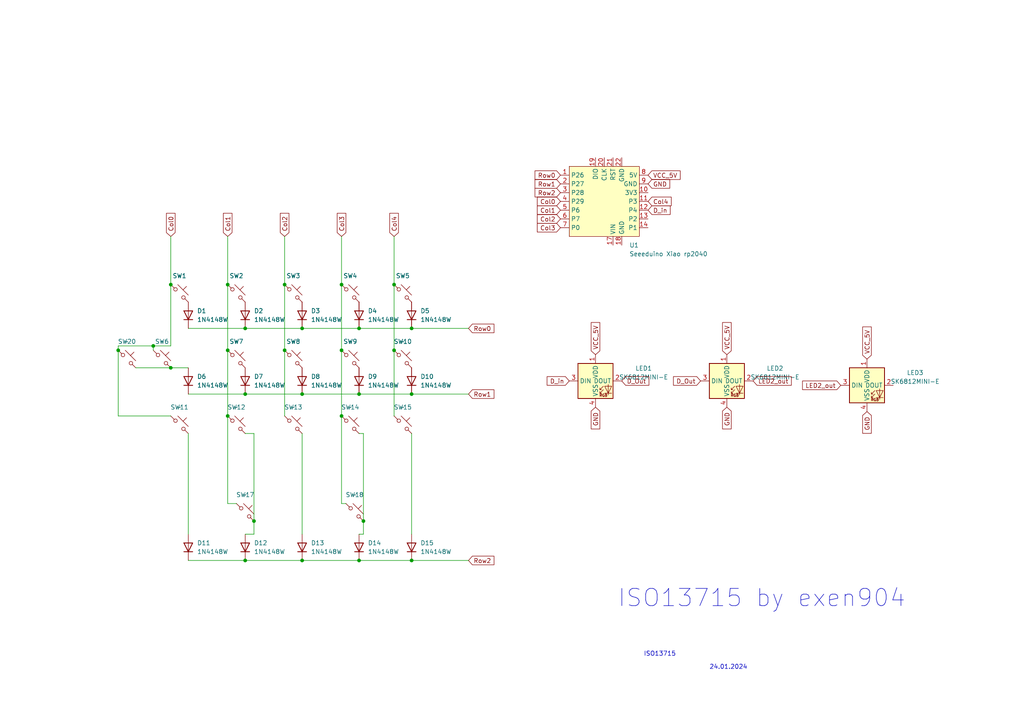
<source format=kicad_sch>
(kicad_sch (version 20230121) (generator eeschema)
  (paper "A4")
  (lib_symbols
    (symbol "Diode:1N4148W" (pin_numbers hide) (pin_names hide)
      (property "Reference" "D" (at 0 2.54 0))
      (property "Value" "1N4148W" (at 0 -2.54 0))
      (symbol "1N4148W_0_1"
        (polyline (pts (xy -1.27 1.27) (xy -1.27 -1.27)) (stroke (width 0.254)))
        (polyline (pts (xy 1.27 0) (xy -1.27 0)))
        (polyline (pts (xy 1.27 1.27) (xy 1.27 -1.27) (xy -1.27 0) (xy 1.27 1.27)) (stroke (width 0.254)))
      )
      (symbol "1N4148W_1_1"
        (pin passive line (at -3.81 0 0) (length 2.54) (name "K") (number "1"))
        (pin passive line (at 3.81 0 180) (length 2.54) (name "A") (number "2"))
      )
    )
    (symbol "PCM_marbastlib-various:SK6812MINI-E"
      (property "Reference" "LED" (at 2.54 6.35 0))
      (property "Value" "SK6812MINI-E" (at 7.62 -6.35 0))
      (symbol "SK6812MINI-E_0_0"
        (text "RGB" (at 2.286 -4.191 0) (effects (font (size 0.762 0.762))))
      )
      (symbol "SK6812MINI-E_0_1"
        (polyline (pts (xy 1.27 -3.556) (xy 1.778 -3.556)))
        (polyline (pts (xy 1.27 -2.54) (xy 1.778 -2.54)))
        (polyline (pts (xy 4.699 -3.556) (xy 2.667 -3.556)))
        (polyline (pts (xy 2.286 -2.54) (xy 1.27 -3.556) (xy 1.27 -3.048)))
        (polyline (pts (xy 2.286 -1.524) (xy 1.27 -2.54) (xy 1.27 -2.032)))
        (polyline (pts (xy 3.683 -1.016) (xy 3.683 -3.556) (xy 3.683 -4.064)))
        (polyline (pts (xy 4.699 -1.524) (xy 2.667 -1.524) (xy 3.683 -3.556) (xy 4.699 -1.524)))
        (rectangle (start 5.08 5.08) (end -5.08 -5.08) (stroke (width 0.254)) (fill (type background)))
      )
      (symbol "SK6812MINI-E_1_1"
        (pin power_in line (at 0 7.62 270) (length 2.54) (name "VDD") (number "1"))
        (pin output line (at 7.62 0 180) (length 2.54) (name "DOUT") (number "2"))
        (pin input line (at -7.62 0 0) (length 2.54) (name "DIN") (number "3"))
        (pin power_in line (at 0 -7.62 90) (length 2.54) (name "VSS") (number "4"))
      )
    )
    (symbol "marbastlib-mx:MX_SW_solder" (pin_numbers hide) (pin_names (offset 1.016) hide)
      (property "Reference" "MX" (at 3.048 1.016 0))
      (property "Value" "MX_SW_solder" (at 0 -3.81 0))
      (symbol "MX_SW_solder_0_1"
        (circle (center -1.1684 1.1684) (radius 0.508))
        (polyline (pts (xy -0.508 2.54) (xy 2.54 -0.508)))
        (polyline (pts (xy 1.016 1.016) (xy 2.032 2.032)))
        (polyline (pts (xy -2.54 2.54) (xy -1.524 1.524) (xy -1.524 1.524)))
        (polyline (pts (xy 1.524 -1.524) (xy 2.54 -2.54) (xy 2.54 -2.54) (xy 2.54 -2.54)))
        (circle (center 1.143 -1.1938) (radius 0.508))
        (pin passive line (at -2.54 2.54 0) (length 0) (name "1") (number "1"))
        (pin passive line (at 2.54 -2.54 180) (length 0) (name "2") (number "2"))
      )
    )
    (symbol "marbastlib-promicroish:Seeeduino_Xiao_rp2040" (in_bom no)
      (property "Reference" "U" (at -10.16 -12.7 0))
      (property "Value" "Seeeduino Xiao rp2040" (at -10.16 -15.24 0))
      (symbol "Seeeduino_Xiao_rp2040_1_0"
        (pin bidirectional line (at -12.7 7.62 0) (length 2.54) (name "P26") (number "1"))
        (pin power_out line (at 12.7 2.54 180) (length 2.54) (name "3V3") (number "10"))
        (pin bidirectional line (at 12.7 0 180) (length 2.54) (name "P3") (number "11"))
        (pin bidirectional line (at 12.7 -2.54 180) (length 2.54) (name "P4") (number "12"))
        (pin bidirectional line (at 12.7 -5.08 180) (length 2.54) (name "P2") (number "13"))
        (pin bidirectional line (at 12.7 -7.62 180) (length 2.54) (name "P1") (number "14"))
        (pin power_in line (at 2.54 -12.7 90) (length 2.54) (name "VIN") (number "17"))
        (pin power_in line (at 5.08 -12.7 90) (length 2.54) (name "GND") (number "18"))
        (pin bidirectional line (at -2.54 12.7 270) (length 2.54) (name "DIO") (number "19"))
        (pin bidirectional line (at -12.7 5.08 0) (length 2.54) (name "P27") (number "2"))
        (pin bidirectional line (at 0 12.7 270) (length 2.54) (name "CLK") (number "20"))
        (pin bidirectional line (at 2.54 12.7 270) (length 2.54) (name "RST") (number "21"))
        (pin power_out line (at 5.08 12.7 270) (length 2.54) (name "GND") (number "22"))
        (pin bidirectional line (at -12.7 2.54 0) (length 2.54) (name "P28") (number "3"))
        (pin bidirectional line (at -12.7 0 0) (length 2.54) (name "P29") (number "4"))
        (pin bidirectional line (at -12.7 -2.54 0) (length 2.54) (name "P6") (number "5"))
        (pin bidirectional line (at -12.7 -5.08 0) (length 2.54) (name "P7") (number "6"))
        (pin bidirectional line (at -12.7 -7.62 0) (length 2.54) (name "P0") (number "7"))
        (pin power_out line (at 12.7 7.62 180) (length 2.54) (name "5V") (number "8"))
        (pin power_out line (at 12.7 5.08 180) (length 2.54) (name "GND") (number "9"))
      )
      (symbol "Seeeduino_Xiao_rp2040_1_1"
        (rectangle (start -10.16 10.16) (end 10.16 -10.16) (fill (type background)))
      )
    )
  )
  (junction (at 71.12 162.56))
  (junction (at 66.04 82.55))
  (junction (at 66.04 120.65))
  (junction (at 87.63 162.56))
  (junction (at 66.04 101.6))
  (junction (at 71.12 114.3))
  (junction (at 105.41 151.13))
  (junction (at 87.63 95.25))
  (junction (at 99.06 82.55))
  (junction (at 114.3 82.55))
  (junction (at 34.29 101.6))
  (junction (at 44.45 100.33))
  (junction (at 49.53 106.68))
  (junction (at 104.14 162.56))
  (junction (at 82.55 82.55))
  (junction (at 82.55 101.6))
  (junction (at 87.63 114.3))
  (junction (at 73.66 151.13))
  (junction (at 119.38 162.56))
  (junction (at 114.3 101.6))
  (junction (at 104.14 114.3))
  (junction (at 99.06 120.65))
  (junction (at 49.53 82.55))
  (junction (at 119.38 114.3))
  (junction (at 119.38 95.25))
  (junction (at 104.14 95.25))
  (junction (at 99.06 101.6))
  (junction (at 71.12 95.25))
  (wire (pts (xy 73.66 151.13) (xy 73.66 154.94)))
  (wire (pts (xy 119.38 95.25) (xy 135.89 95.25)))
  (wire (pts (xy 100.33 146.05) (xy 99.06 146.05)))
  (wire (pts (xy 66.04 101.6) (xy 66.04 120.65)))
  (wire (pts (xy 104.14 125.73) (xy 105.41 125.73)))
  (wire (pts (xy 71.12 95.25) (xy 87.63 95.25)))
  (wire (pts (xy 34.29 100.33) (xy 34.29 101.6)))
  (wire (pts (xy 114.3 101.6) (xy 114.3 120.65)))
  (wire (pts (xy 105.41 151.13) (xy 105.41 154.94)))
  (wire (pts (xy 66.04 120.65) (xy 66.04 146.05)))
  (wire (pts (xy 104.14 162.56) (xy 119.38 162.56)))
  (wire (pts (xy 71.12 162.56) (xy 87.63 162.56)))
  (wire (pts (xy 87.63 114.3) (xy 104.14 114.3)))
  (wire (pts (xy 49.53 100.33) (xy 49.53 82.55)))
  (wire (pts (xy 71.12 114.3) (xy 87.63 114.3)))
  (wire (pts (xy 82.55 82.55) (xy 82.55 101.6)))
  (wire (pts (xy 54.61 162.56) (xy 71.12 162.56)))
  (wire (pts (xy 73.66 154.94) (xy 71.12 154.94)))
  (wire (pts (xy 119.38 114.3) (xy 135.89 114.3)))
  (wire (pts (xy 99.06 68.58) (xy 99.06 82.55)))
  (wire (pts (xy 114.3 82.55) (xy 114.3 101.6)))
  (wire (pts (xy 44.45 100.33) (xy 44.45 101.6)))
  (wire (pts (xy 66.04 146.05) (xy 68.58 146.05)))
  (wire (pts (xy 87.63 162.56) (xy 104.14 162.56)))
  (wire (pts (xy 99.06 120.65) (xy 99.06 146.05)))
  (wire (pts (xy 34.29 120.65) (xy 49.53 120.65)))
  (wire (pts (xy 99.06 82.55) (xy 99.06 101.6)))
  (wire (pts (xy 39.37 106.68) (xy 49.53 106.68)))
  (wire (pts (xy 44.45 100.33) (xy 34.29 100.33)))
  (wire (pts (xy 71.12 125.73) (xy 73.66 125.73)))
  (wire (pts (xy 54.61 95.25) (xy 71.12 95.25)))
  (wire (pts (xy 44.45 100.33) (xy 49.53 100.33)))
  (wire (pts (xy 82.55 101.6) (xy 82.55 120.65)))
  (wire (pts (xy 73.66 125.73) (xy 73.66 151.13)))
  (wire (pts (xy 114.3 68.58) (xy 114.3 82.55)))
  (wire (pts (xy 87.63 125.73) (xy 87.63 154.94)))
  (wire (pts (xy 49.53 106.68) (xy 54.61 106.68)))
  (wire (pts (xy 87.63 95.25) (xy 104.14 95.25)))
  (wire (pts (xy 119.38 162.56) (xy 135.89 162.56)))
  (wire (pts (xy 105.41 125.73) (xy 105.41 151.13)))
  (wire (pts (xy 104.14 95.25) (xy 119.38 95.25)))
  (wire (pts (xy 66.04 82.55) (xy 66.04 101.6)))
  (wire (pts (xy 54.61 114.3) (xy 71.12 114.3)))
  (wire (pts (xy 34.29 101.6) (xy 34.29 120.65)))
  (wire (pts (xy 119.38 125.73) (xy 119.38 154.94)))
  (wire (pts (xy 54.61 125.73) (xy 54.61 154.94)))
  (wire (pts (xy 66.04 68.58) (xy 66.04 82.55)))
  (wire (pts (xy 99.06 101.6) (xy 99.06 120.65)))
  (wire (pts (xy 104.14 114.3) (xy 119.38 114.3)))
  (wire (pts (xy 49.53 68.58) (xy 49.53 82.55)))
  (wire (pts (xy 105.41 154.94) (xy 104.14 154.94)))
  (wire (pts (xy 82.55 68.58) (xy 82.55 82.55)))
  (text "ISO13715 by exen904" (at 179.07 176.53 0) (effects (font (size 5 5)) (justify left bottom)))
  (text "24.01.2024" (at 205.74 194.31 0) (effects (font (size 1.27 1.27)) (justify left bottom)))
  (text "ISO13715" (at 186.69 190.5 0) (effects (font (size 1.27 1.27)) (justify left bottom)))
  (global_label "Col1" (shape input) (at 162.56 60.96 180) (property "Intersheetrefs" "${INTERSHEET_REFS}" (effects hide)))
  (global_label "LED2_out" (shape input) (at 243.84 111.76 180) (property "Intersheetrefs" "${INTERSHEET_REFS}" (effects hide)))
  (global_label "D_in" (shape input) (at 187.96 60.96 0) (property "Intersheetrefs" "${INTERSHEET_REFS}" (effects hide)))
  (global_label "Row2" (shape input) (at 162.56 55.88 180) (property "Intersheetrefs" "${INTERSHEET_REFS}" (effects hide)))
  (global_label "Row1" (shape input) (at 162.56 53.34 180) (property "Intersheetrefs" "${INTERSHEET_REFS}" (effects hide)))
  (global_label "Col0" (shape input) (at 49.53 68.58 90) (property "Intersheetrefs" "${INTERSHEET_REFS}" (effects hide)))
  (global_label "LED2_out" (shape input) (at 218.44 110.49 0) (property "Intersheetrefs" "${INTERSHEET_REFS}" (effects hide)))
  (global_label "Row0" (shape input) (at 162.56 50.8 180) (property "Intersheetrefs" "${INTERSHEET_REFS}" (effects hide)))
  (global_label "VCC_5V" (shape input) (at 187.96 50.8 0) (property "Intersheetrefs" "${INTERSHEET_REFS}" (effects hide)))
  (global_label "GND" (shape input) (at 210.82 118.11 270) (property "Intersheetrefs" "${INTERSHEET_REFS}" (effects hide)))
  (global_label "Col2" (shape input) (at 162.56 63.5 180) (property "Intersheetrefs" "${INTERSHEET_REFS}" (effects hide)))
  (global_label "VCC_5V" (shape input) (at 210.82 102.87 90) (property "Intersheetrefs" "${INTERSHEET_REFS}" (effects hide)))
  (global_label "D_Out" (shape input) (at 180.34 110.49 0) (property "Intersheetrefs" "${INTERSHEET_REFS}" (effects hide)))
  (global_label "VCC_5V" (shape input) (at 251.46 104.14 90) (property "Intersheetrefs" "${INTERSHEET_REFS}" (effects hide)))
  (global_label "Col4" (shape input) (at 187.96 58.42 0) (property "Intersheetrefs" "${INTERSHEET_REFS}" (effects hide)))
  (global_label "VCC_5V" (shape input) (at 172.72 102.87 90) (property "Intersheetrefs" "${INTERSHEET_REFS}" (effects hide)))
  (global_label "Row1" (shape input) (at 135.89 114.3 0) (property "Intersheetrefs" "${INTERSHEET_REFS}" (effects hide)))
  (global_label "GND" (shape input) (at 172.72 118.11 270) (property "Intersheetrefs" "${INTERSHEET_REFS}" (effects hide)))
  (global_label "GND" (shape input) (at 187.96 53.34 0) (property "Intersheetrefs" "${INTERSHEET_REFS}" (effects hide)))
  (global_label "D_in" (shape input) (at 165.1 110.49 180) (property "Intersheetrefs" "${INTERSHEET_REFS}" (effects hide)))
  (global_label "Col2" (shape input) (at 82.55 68.58 90) (property "Intersheetrefs" "${INTERSHEET_REFS}" (effects hide)))
  (global_label "D_Out" (shape input) (at 203.2 110.49 180) (property "Intersheetrefs" "${INTERSHEET_REFS}" (effects hide)))
  (global_label "Row0" (shape input) (at 135.89 95.25 0) (property "Intersheetrefs" "${INTERSHEET_REFS}" (effects hide)))
  (global_label "GND" (shape input) (at 251.46 119.38 270) (property "Intersheetrefs" "${INTERSHEET_REFS}" (effects hide)))
  (global_label "Col0" (shape input) (at 162.56 58.42 180) (property "Intersheetrefs" "${INTERSHEET_REFS}" (effects hide)))
  (global_label "Row2" (shape input) (at 135.89 162.56 0) (property "Intersheetrefs" "${INTERSHEET_REFS}" (effects hide)))
  (global_label "Col3" (shape input) (at 162.56 66.04 180) (property "Intersheetrefs" "${INTERSHEET_REFS}" (effects hide)))
  (global_label "Col4" (shape input) (at 114.3 68.58 90) (property "Intersheetrefs" "${INTERSHEET_REFS}" (effects hide)))
  (global_label "Col1" (shape input) (at 66.04 68.58 90) (property "Intersheetrefs" "${INTERSHEET_REFS}" (effects hide)))
  (global_label "Col3" (shape input) (at 99.06 68.58 90) (property "Intersheetrefs" "${INTERSHEET_REFS}" (effects hide)))
  (symbol (lib_id "marbastlib-promicroish:Seeeduino_Xiao_rp2040") (at 175.26 58.42 0) (unit 1) (in_bom no)
    (property "Reference" "U1" (at 182.5341 71.12 0) (effects (justify left)))
    (property "Value" "Seeeduino Xiao rp2040" (at 182.5341 73.66 0) (effects (justify left)))
    (property "Footprint" "PCM_marbastlib-xp-promicroish:Xiao_rp2040_AH_Pogo" (effects hide))
  )
  (symbol (lib_id "marbastlib-mx:MX_SW_solder") (at 52.07 123.19 0) (unit 1)
    (property "Reference" "SW11" (at 52.07 118.11 0))
    (property "Value" "~" (at 52.07 118.11 0))
    (property "Footprint" "PCM_marbastlib-mx:SW_MX_1u" (effects hide))
  )
  (symbol (lib_id "marbastlib-mx:MX_SW_solder") (at 101.6 104.14 0) (unit 1)
    (property "Reference" "SW9" (at 101.6 99.06 0))
    (property "Value" "~" (at 101.6 99.06 0))
    (property "Footprint" "PCM_marbastlib-mx:SW_MX_1u" (effects hide))
  )
  (symbol (lib_id "Diode:1N4148W") (at 71.12 91.44 90) (unit 1)
    (property "Reference" "D2" (at 73.66 90.17 90) (effects (justify right)))
    (property "Value" "1N4148W" (at 73.66 92.71 90) (effects (justify right)))
    (property "Footprint" "Diode_SMD:D_SOD-123" (effects hide))
    (property "Datasheet" "https://www.vishay.com/docs/85748/1n4148w.pdf" (effects hide))
    (property "Sim.Device" "D" (effects hide))
    (property "Sim.Pins" "1=K 2=A" (effects hide))
  )
  (symbol (lib_id "marbastlib-mx:MX_SW_solder") (at 46.99 104.14 0) (unit 1)
    (property "Reference" "SW6" (at 46.99 99.06 0))
    (property "Value" "~" (at 46.99 99.06 0))
    (property "Footprint" "PCM_marbastlib-mx:SW_MX_1.75u" (effects hide))
  )
  (symbol (lib_id "marbastlib-mx:MX_SW_solder") (at 101.6 123.19 0) (unit 1)
    (property "Reference" "SW14" (at 101.6 118.11 0))
    (property "Value" "~" (at 101.6 118.11 0))
    (property "Footprint" "PCM_marbastlib-mx:SW_MX_1u" (effects hide))
  )
  (symbol (lib_id "marbastlib-mx:MX_SW_solder") (at 68.58 123.19 0) (unit 1)
    (property "Reference" "SW12" (at 68.58 118.11 0))
    (property "Value" "~" (at 68.58 118.11 0))
    (property "Footprint" "PCM_marbastlib-mx:SW_MX_1u" (effects hide))
  )
  (symbol (lib_id "Diode:1N4148W") (at 119.38 91.44 90) (unit 1)
    (property "Reference" "D5" (at 121.92 90.17 90) (effects (justify right)))
    (property "Value" "1N4148W" (at 121.92 92.71 90) (effects (justify right)))
    (property "Footprint" "Diode_SMD:D_SOD-123" (effects hide))
    (property "Datasheet" "https://www.vishay.com/docs/85748/1n4148w.pdf" (effects hide))
    (property "Sim.Device" "D" (effects hide))
    (property "Sim.Pins" "1=K 2=A" (effects hide))
  )
  (symbol (lib_id "Diode:1N4148W") (at 54.61 158.75 90) (unit 1)
    (property "Reference" "D11" (at 57.15 157.48 90) (effects (justify right)))
    (property "Value" "1N4148W" (at 57.15 160.02 90) (effects (justify right)))
    (property "Footprint" "Diode_SMD:D_SOD-123" (effects hide))
    (property "Datasheet" "https://www.vishay.com/docs/85748/1n4148w.pdf" (effects hide))
    (property "Sim.Device" "D" (effects hide))
    (property "Sim.Pins" "1=K 2=A" (effects hide))
  )
  (symbol (lib_id "Diode:1N4148W") (at 71.12 158.75 90) (unit 1)
    (property "Reference" "D12" (at 73.66 157.48 90) (effects (justify right)))
    (property "Value" "1N4148W" (at 73.66 160.02 90) (effects (justify right)))
    (property "Footprint" "Diode_SMD:D_SOD-123" (effects hide))
    (property "Datasheet" "https://www.vishay.com/docs/85748/1n4148w.pdf" (effects hide))
    (property "Sim.Device" "D" (effects hide))
    (property "Sim.Pins" "1=K 2=A" (effects hide))
  )
  (symbol (lib_id "marbastlib-mx:MX_SW_solder") (at 85.09 85.09 0) (unit 1)
    (property "Reference" "SW3" (at 85.09 80.01 0))
    (property "Value" "~" (at 85.09 80.01 0))
    (property "Footprint" "PCM_marbastlib-mx:SW_MX_1u" (effects hide))
  )
  (symbol (lib_id "marbastlib-mx:MX_SW_solder") (at 116.84 104.14 0) (unit 1)
    (property "Reference" "SW10" (at 116.84 99.06 0))
    (property "Value" "~" (at 116.84 99.06 0))
    (property "Footprint" "PCM_marbastlib-mx:SW_MX_1u" (effects hide))
  )
  (symbol (lib_id "marbastlib-mx:MX_SW_solder") (at 102.87 148.59 0) (unit 1)
    (property "Reference" "SW18" (at 102.87 143.51 0))
    (property "Value" "~" (at 102.87 143.51 0))
    (property "Footprint" "PCM_marbastlib-mx:SW_MX_1.25u" (effects hide))
  )
  (symbol (lib_id "marbastlib-mx:MX_SW_solder") (at 52.07 85.09 0) (unit 1)
    (property "Reference" "SW1" (at 52.07 80.01 0))
    (property "Value" "~" (at 52.07 80.01 0))
    (property "Footprint" "PCM_marbastlib-mx:SW_MX_1u" (effects hide))
  )
  (symbol (lib_id "marbastlib-mx:MX_SW_solder") (at 85.09 104.14 0) (unit 1)
    (property "Reference" "SW8" (at 85.09 99.06 0))
    (property "Value" "~" (at 85.09 99.06 0))
    (property "Footprint" "PCM_marbastlib-mx:SW_MX_1u" (effects hide))
  )
  (symbol (lib_id "PCM_marbastlib-various:SK6812MINI-E") (at 172.72 110.49 0) (unit 1)
    (property "Reference" "LED1" (at 186.69 106.8421 0))
    (property "Value" "SK6812MINI-E" (at 186.69 109.3821 0))
    (property "Footprint" "PCM_marbastlib-various:LED_6028R" (effects hide))
  )
  (symbol (lib_id "Diode:1N4148W") (at 104.14 91.44 90) (unit 1)
    (property "Reference" "D4" (at 106.68 90.17 90) (effects (justify right)))
    (property "Value" "1N4148W" (at 106.68 92.71 90) (effects (justify right)))
    (property "Footprint" "Diode_SMD:D_SOD-123" (effects hide))
    (property "Datasheet" "https://www.vishay.com/docs/85748/1n4148w.pdf" (effects hide))
    (property "Sim.Device" "D" (effects hide))
    (property "Sim.Pins" "1=K 2=A" (effects hide))
  )
  (symbol (lib_id "marbastlib-mx:MX_SW_solder") (at 68.58 85.09 0) (unit 1)
    (property "Reference" "SW2" (at 68.58 80.01 0))
    (property "Value" "~" (at 68.58 80.01 0))
    (property "Footprint" "PCM_marbastlib-mx:SW_MX_1u" (effects hide))
  )
  (symbol (lib_id "PCM_marbastlib-various:SK6812MINI-E") (at 251.46 111.76 0) (unit 1)
    (property "Reference" "LED3" (at 265.43 108.1121 0))
    (property "Value" "SK6812MINI-E" (at 265.43 110.6521 0))
    (property "Footprint" "PCM_marbastlib-various:LED_6028R" (effects hide))
  )
  (symbol (lib_id "Diode:1N4148W") (at 119.38 158.75 90) (unit 1)
    (property "Reference" "D15" (at 121.92 157.48 90) (effects (justify right)))
    (property "Value" "1N4148W" (at 121.92 160.02 90) (effects (justify right)))
    (property "Footprint" "Diode_SMD:D_SOD-123" (effects hide))
    (property "Datasheet" "https://www.vishay.com/docs/85748/1n4148w.pdf" (effects hide))
    (property "Sim.Device" "D" (effects hide))
    (property "Sim.Pins" "1=K 2=A" (effects hide))
  )
  (symbol (lib_id "marbastlib-mx:MX_SW_solder") (at 85.09 123.19 0) (unit 1)
    (property "Reference" "SW13" (at 85.09 118.11 0))
    (property "Value" "~" (at 85.09 118.11 0))
    (property "Footprint" "PCM_marbastlib-mx:SW_MX_1u" (effects hide))
  )
  (symbol (lib_id "marbastlib-mx:MX_SW_solder") (at 101.6 85.09 0) (unit 1)
    (property "Reference" "SW4" (at 101.6 80.01 0))
    (property "Value" "~" (at 101.6 80.01 0))
    (property "Footprint" "PCM_marbastlib-mx:SW_MX_1u" (effects hide))
  )
  (symbol (lib_id "Diode:1N4148W") (at 54.61 91.44 90) (unit 1)
    (property "Reference" "D1" (at 57.15 90.17 90) (effects (justify right)))
    (property "Value" "1N4148W" (at 57.15 92.71 90) (effects (justify right)))
    (property "Footprint" "Diode_SMD:D_SOD-123" (effects hide))
    (property "Datasheet" "https://www.vishay.com/docs/85748/1n4148w.pdf" (effects hide))
    (property "Sim.Device" "D" (effects hide))
    (property "Sim.Pins" "1=K 2=A" (effects hide))
  )
  (symbol (lib_id "Diode:1N4148W") (at 119.38 110.49 90) (unit 1)
    (property "Reference" "D10" (at 121.92 109.22 90) (effects (justify right)))
    (property "Value" "1N4148W" (at 121.92 111.76 90) (effects (justify right)))
    (property "Footprint" "Diode_SMD:D_SOD-123" (effects hide))
    (property "Datasheet" "https://www.vishay.com/docs/85748/1n4148w.pdf" (effects hide))
    (property "Sim.Device" "D" (effects hide))
    (property "Sim.Pins" "1=K 2=A" (effects hide))
  )
  (symbol (lib_id "Diode:1N4148W") (at 54.61 110.49 90) (unit 1)
    (property "Reference" "D6" (at 57.15 109.22 90) (effects (justify right)))
    (property "Value" "1N4148W" (at 57.15 111.76 90) (effects (justify right)))
    (property "Footprint" "Diode_SMD:D_SOD-123" (effects hide))
    (property "Datasheet" "https://www.vishay.com/docs/85748/1n4148w.pdf" (effects hide))
    (property "Sim.Device" "D" (effects hide))
    (property "Sim.Pins" "1=K 2=A" (effects hide))
  )
  (symbol (lib_id "marbastlib-mx:MX_SW_solder") (at 116.84 123.19 0) (unit 1)
    (property "Reference" "SW15" (at 116.84 118.11 0))
    (property "Value" "~" (at 116.84 118.11 0))
    (property "Footprint" "PCM_marbastlib-mx:SW_MX_1u" (effects hide))
  )
  (symbol (lib_id "Diode:1N4148W") (at 104.14 110.49 90) (unit 1)
    (property "Reference" "D9" (at 106.68 109.22 90) (effects (justify right)))
    (property "Value" "1N4148W" (at 106.68 111.76 90) (effects (justify right)))
    (property "Footprint" "Diode_SMD:D_SOD-123" (effects hide))
    (property "Datasheet" "https://www.vishay.com/docs/85748/1n4148w.pdf" (effects hide))
    (property "Sim.Device" "D" (effects hide))
    (property "Sim.Pins" "1=K 2=A" (effects hide))
  )
  (symbol (lib_id "marbastlib-mx:MX_SW_solder") (at 68.58 104.14 0) (unit 1)
    (property "Reference" "SW7" (at 68.58 99.06 0))
    (property "Value" "~" (at 68.58 99.06 0))
    (property "Footprint" "PCM_marbastlib-mx:SW_MX_1u" (effects hide))
  )
  (symbol (lib_id "marbastlib-mx:MX_SW_solder") (at 36.83 104.14 0) (unit 1)
    (property "Reference" "SW20" (at 36.83 99.06 0))
    (property "Value" "~" (at 36.83 99.06 0))
    (property "Footprint" "PCM_marbastlib-mx:SW_MX_1.75u" (effects hide))
  )
  (symbol (lib_id "Diode:1N4148W") (at 87.63 158.75 90) (unit 1)
    (property "Reference" "D13" (at 90.17 157.48 90) (effects (justify right)))
    (property "Value" "1N4148W" (at 90.17 160.02 90) (effects (justify right)))
    (property "Footprint" "Diode_SMD:D_SOD-123" (effects hide))
    (property "Datasheet" "https://www.vishay.com/docs/85748/1n4148w.pdf" (effects hide))
    (property "Sim.Device" "D" (effects hide))
    (property "Sim.Pins" "1=K 2=A" (effects hide))
  )
  (symbol (lib_id "marbastlib-mx:MX_SW_solder") (at 116.84 85.09 0) (unit 1)
    (property "Reference" "SW5" (at 116.84 80.01 0))
    (property "Value" "~" (at 116.84 80.01 0))
    (property "Footprint" "PCM_marbastlib-mx:SW_MX_1u" (effects hide))
  )
  (symbol (lib_id "marbastlib-mx:MX_SW_solder") (at 71.12 148.59 0) (unit 1)
    (property "Reference" "SW17" (at 71.12 143.51 0))
    (property "Value" "~" (at 71.12 143.51 0))
    (property "Footprint" "PCM_marbastlib-mx:SW_MX_1.25u" (effects hide))
  )
  (symbol (lib_id "Diode:1N4148W") (at 71.12 110.49 90) (unit 1)
    (property "Reference" "D7" (at 73.66 109.22 90) (effects (justify right)))
    (property "Value" "1N4148W" (at 73.66 111.76 90) (effects (justify right)))
    (property "Footprint" "Diode_SMD:D_SOD-123" (effects hide))
    (property "Datasheet" "https://www.vishay.com/docs/85748/1n4148w.pdf" (effects hide))
    (property "Sim.Device" "D" (effects hide))
    (property "Sim.Pins" "1=K 2=A" (effects hide))
  )
  (symbol (lib_id "Diode:1N4148W") (at 104.14 158.75 90) (unit 1)
    (property "Reference" "D14" (at 106.68 157.48 90) (effects (justify right)))
    (property "Value" "1N4148W" (at 106.68 160.02 90) (effects (justify right)))
    (property "Footprint" "Diode_SMD:D_SOD-123" (effects hide))
    (property "Datasheet" "https://www.vishay.com/docs/85748/1n4148w.pdf" (effects hide))
    (property "Sim.Device" "D" (effects hide))
    (property "Sim.Pins" "1=K 2=A" (effects hide))
  )
  (symbol (lib_id "Diode:1N4148W") (at 87.63 91.44 90) (unit 1)
    (property "Reference" "D3" (at 90.17 90.17 90) (effects (justify right)))
    (property "Value" "1N4148W" (at 90.17 92.71 90) (effects (justify right)))
    (property "Footprint" "Diode_SMD:D_SOD-123" (effects hide))
    (property "Datasheet" "https://www.vishay.com/docs/85748/1n4148w.pdf" (effects hide))
    (property "Sim.Device" "D" (effects hide))
    (property "Sim.Pins" "1=K 2=A" (effects hide))
  )
  (symbol (lib_id "Diode:1N4148W") (at 87.63 110.49 90) (unit 1)
    (property "Reference" "D8" (at 90.17 109.22 90) (effects (justify right)))
    (property "Value" "1N4148W" (at 90.17 111.76 90) (effects (justify right)))
    (property "Footprint" "Diode_SMD:D_SOD-123" (effects hide))
    (property "Datasheet" "https://www.vishay.com/docs/85748/1n4148w.pdf" (effects hide))
    (property "Sim.Device" "D" (effects hide))
    (property "Sim.Pins" "1=K 2=A" (effects hide))
  )
  (symbol (lib_id "PCM_marbastlib-various:SK6812MINI-E") (at 210.82 110.49 0) (unit 1)
    (property "Reference" "LED2" (at 224.79 106.8421 0))
    (property "Value" "SK6812MINI-E" (at 224.79 109.3821 0))
    (property "Footprint" "PCM_marbastlib-various:LED_6028R" (effects hide))
  )
)
</source>
